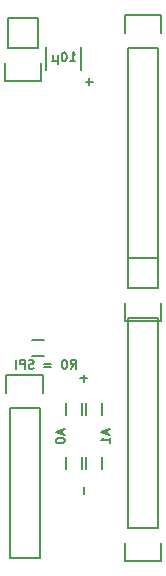
<source format=gbo>
G04 #@! TF.FileFunction,Legend,Bot*
%FSLAX46Y46*%
G04 Gerber Fmt 4.6, Leading zero omitted, Abs format (unit mm)*
G04 Created by KiCad (PCBNEW 4.0.1-stable) date Thursday, March 10, 2016 'AMt' 12:00:46 AM*
%MOMM*%
G01*
G04 APERTURE LIST*
%ADD10C,0.100000*%
%ADD11C,0.190500*%
%ADD12C,0.150000*%
G04 APERTURE END LIST*
D10*
D11*
X153198285Y-108258429D02*
X152617714Y-108258429D01*
X152908000Y-108548714D02*
X152908000Y-107968143D01*
X151293286Y-106516714D02*
X151728714Y-106516714D01*
X151511000Y-106516714D02*
X151511000Y-105754714D01*
X151583571Y-105863571D01*
X151656143Y-105936143D01*
X151728714Y-105972429D01*
X150821572Y-105754714D02*
X150749000Y-105754714D01*
X150676429Y-105791000D01*
X150640143Y-105827286D01*
X150603857Y-105899857D01*
X150567572Y-106045000D01*
X150567572Y-106226429D01*
X150603857Y-106371571D01*
X150640143Y-106444143D01*
X150676429Y-106480429D01*
X150749000Y-106516714D01*
X150821572Y-106516714D01*
X150894143Y-106480429D01*
X150930429Y-106444143D01*
X150966714Y-106371571D01*
X151003000Y-106226429D01*
X151003000Y-106045000D01*
X150966714Y-105899857D01*
X150930429Y-105827286D01*
X150894143Y-105791000D01*
X150821572Y-105754714D01*
X150241000Y-106008714D02*
X150241000Y-106770714D01*
X149878143Y-106407857D02*
X149841858Y-106480429D01*
X149769286Y-106516714D01*
X150241000Y-106407857D02*
X150204715Y-106480429D01*
X150132143Y-106516714D01*
X149987000Y-106516714D01*
X149914429Y-106480429D01*
X149878143Y-106407857D01*
X149878143Y-106008714D01*
X151329571Y-132551714D02*
X151583571Y-132188857D01*
X151764999Y-132551714D02*
X151764999Y-131789714D01*
X151474714Y-131789714D01*
X151402142Y-131826000D01*
X151365857Y-131862286D01*
X151329571Y-131934857D01*
X151329571Y-132043714D01*
X151365857Y-132116286D01*
X151402142Y-132152571D01*
X151474714Y-132188857D01*
X151764999Y-132188857D01*
X150857857Y-131789714D02*
X150785285Y-131789714D01*
X150712714Y-131826000D01*
X150676428Y-131862286D01*
X150640142Y-131934857D01*
X150603857Y-132080000D01*
X150603857Y-132261429D01*
X150640142Y-132406571D01*
X150676428Y-132479143D01*
X150712714Y-132515429D01*
X150785285Y-132551714D01*
X150857857Y-132551714D01*
X150930428Y-132515429D01*
X150966714Y-132479143D01*
X151002999Y-132406571D01*
X151039285Y-132261429D01*
X151039285Y-132080000D01*
X151002999Y-131934857D01*
X150966714Y-131862286D01*
X150930428Y-131826000D01*
X150857857Y-131789714D01*
X149696714Y-132152571D02*
X149116143Y-132152571D01*
X149116143Y-132370286D02*
X149696714Y-132370286D01*
X148209000Y-132515429D02*
X148100143Y-132551714D01*
X147918714Y-132551714D01*
X147846143Y-132515429D01*
X147809857Y-132479143D01*
X147773572Y-132406571D01*
X147773572Y-132334000D01*
X147809857Y-132261429D01*
X147846143Y-132225143D01*
X147918714Y-132188857D01*
X148063857Y-132152571D01*
X148136429Y-132116286D01*
X148172714Y-132080000D01*
X148209000Y-132007429D01*
X148209000Y-131934857D01*
X148172714Y-131862286D01*
X148136429Y-131826000D01*
X148063857Y-131789714D01*
X147882429Y-131789714D01*
X147773572Y-131826000D01*
X147447000Y-132551714D02*
X147447000Y-131789714D01*
X147156715Y-131789714D01*
X147084143Y-131826000D01*
X147047858Y-131862286D01*
X147011572Y-131934857D01*
X147011572Y-132043714D01*
X147047858Y-132116286D01*
X147084143Y-132152571D01*
X147156715Y-132188857D01*
X147447000Y-132188857D01*
X146685000Y-132551714D02*
X146685000Y-131789714D01*
X152454429Y-142584715D02*
X152454429Y-143165286D01*
X152454429Y-133059715D02*
X152454429Y-133640286D01*
X152744714Y-133350000D02*
X152164143Y-133350000D01*
X150622000Y-137758715D02*
X150622000Y-138121572D01*
X150839714Y-137686143D02*
X150077714Y-137940143D01*
X150839714Y-138194143D01*
X150077714Y-138593286D02*
X150077714Y-138665858D01*
X150114000Y-138738429D01*
X150150286Y-138774715D01*
X150222857Y-138811001D01*
X150368000Y-138847286D01*
X150549429Y-138847286D01*
X150694571Y-138811001D01*
X150767143Y-138774715D01*
X150803429Y-138738429D01*
X150839714Y-138665858D01*
X150839714Y-138593286D01*
X150803429Y-138520715D01*
X150767143Y-138484429D01*
X150694571Y-138448144D01*
X150549429Y-138411858D01*
X150368000Y-138411858D01*
X150222857Y-138448144D01*
X150150286Y-138484429D01*
X150114000Y-138520715D01*
X150077714Y-138593286D01*
X154432000Y-137758715D02*
X154432000Y-138121572D01*
X154649714Y-137686143D02*
X153887714Y-137940143D01*
X154649714Y-138194143D01*
X154649714Y-138847286D02*
X154649714Y-138411858D01*
X154649714Y-138629572D02*
X153887714Y-138629572D01*
X153996571Y-138557001D01*
X154069143Y-138484429D01*
X154105429Y-138411858D01*
D12*
X152224000Y-105299000D02*
X152224000Y-107299000D01*
X149274000Y-107299000D02*
X149274000Y-105299000D01*
X148590000Y-105410000D02*
X148590000Y-102870000D01*
X148870000Y-108230000D02*
X148870000Y-106680000D01*
X148590000Y-105410000D02*
X146050000Y-105410000D01*
X145770000Y-106680000D02*
X145770000Y-108230000D01*
X145770000Y-108230000D02*
X148870000Y-108230000D01*
X146050000Y-105410000D02*
X146050000Y-102870000D01*
X146050000Y-102870000D02*
X148590000Y-102870000D01*
X146177000Y-135890000D02*
X146177000Y-148590000D01*
X146177000Y-148590000D02*
X148717000Y-148590000D01*
X148717000Y-148590000D02*
X148717000Y-135890000D01*
X145897000Y-133070000D02*
X145897000Y-134620000D01*
X146177000Y-135890000D02*
X148717000Y-135890000D01*
X148997000Y-134620000D02*
X148997000Y-133070000D01*
X148997000Y-133070000D02*
X145897000Y-133070000D01*
X158750000Y-125730000D02*
X158750000Y-123190000D01*
X159030000Y-128550000D02*
X159030000Y-127000000D01*
X158750000Y-125730000D02*
X156210000Y-125730000D01*
X155930000Y-127000000D02*
X155930000Y-128550000D01*
X155930000Y-128550000D02*
X159030000Y-128550000D01*
X156210000Y-125730000D02*
X156210000Y-123190000D01*
X156210000Y-123190000D02*
X158750000Y-123190000D01*
X149090000Y-130135000D02*
X148090000Y-130135000D01*
X148090000Y-131485000D02*
X149090000Y-131485000D01*
X152313000Y-136433000D02*
X152313000Y-135433000D01*
X150963000Y-135433000D02*
X150963000Y-136433000D01*
X153964000Y-136433000D02*
X153964000Y-135433000D01*
X152614000Y-135433000D02*
X152614000Y-136433000D01*
X152313000Y-141046000D02*
X152313000Y-140046000D01*
X150963000Y-140046000D02*
X150963000Y-141046000D01*
X153964000Y-141046000D02*
X153964000Y-140046000D01*
X152614000Y-140046000D02*
X152614000Y-141046000D01*
X158750000Y-146050000D02*
X158750000Y-128270000D01*
X158750000Y-128270000D02*
X156210000Y-128270000D01*
X156210000Y-128270000D02*
X156210000Y-146050000D01*
X159030000Y-148870000D02*
X159030000Y-147320000D01*
X158750000Y-146050000D02*
X156210000Y-146050000D01*
X155930000Y-147320000D02*
X155930000Y-148870000D01*
X155930000Y-148870000D02*
X159030000Y-148870000D01*
X156210000Y-105410000D02*
X156210000Y-123190000D01*
X156210000Y-123190000D02*
X158750000Y-123190000D01*
X158750000Y-123190000D02*
X158750000Y-105410000D01*
X155930000Y-102590000D02*
X155930000Y-104140000D01*
X156210000Y-105410000D02*
X158750000Y-105410000D01*
X159030000Y-104140000D02*
X159030000Y-102590000D01*
X159030000Y-102590000D02*
X155930000Y-102590000D01*
M02*

</source>
